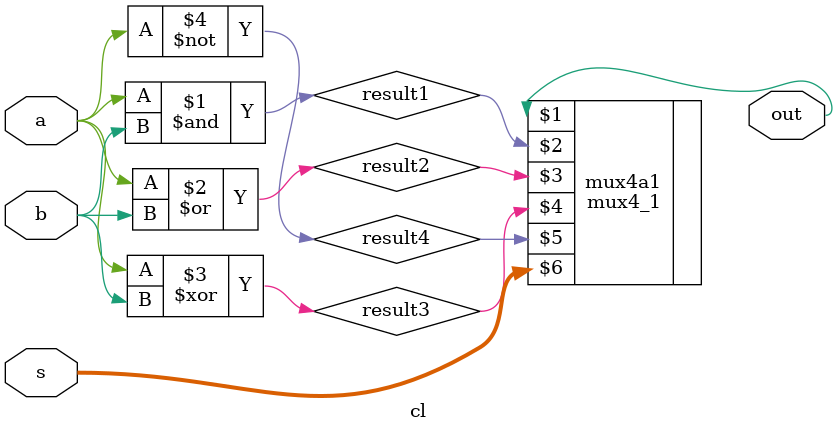
<source format=v>
module cl(output wire out, input wire a, b, input wire [1:0] s);

wire result1;
wire result2;
wire result3;
wire result4;

and and1(result1, a,b);
or or1(result2, a,b);
xor xor1(result3, a,b);
not not1(result4, a);

mux4_1 mux4a1(out, result1, result2, result3, result4,s);
endmodule
</source>
